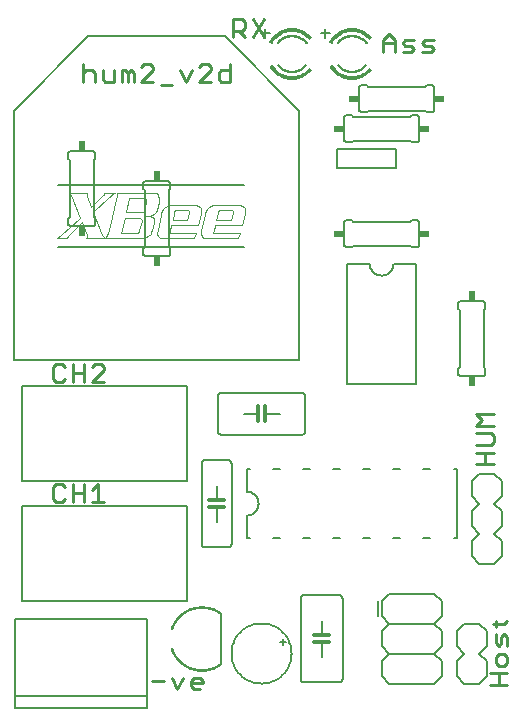
<source format=gbr>
G75*
G70*
%OFA0B0*%
%FSLAX24Y24*%
%IPPOS*%
%LPD*%
%AMOC8*
5,1,8,0,0,1.08239X$1,22.5*
%
%ADD10C,0.0110*%
%ADD11C,0.0060*%
%ADD12C,0.0080*%
%ADD13C,0.0040*%
%ADD14R,0.0240X0.0340*%
%ADD15C,0.0120*%
%ADD16C,0.0050*%
%ADD17R,0.0340X0.0240*%
%ADD18C,0.0010*%
D10*
X006064Y006889D02*
X006458Y006889D01*
X006709Y006988D02*
X006906Y006594D01*
X007103Y006988D01*
X007354Y006889D02*
X007354Y006693D01*
X007452Y006594D01*
X007649Y006594D01*
X007747Y006791D02*
X007354Y006791D01*
X007354Y006889D02*
X007452Y006988D01*
X007649Y006988D01*
X007747Y006889D01*
X007747Y006791D01*
X004447Y012844D02*
X004054Y012844D01*
X004250Y012844D02*
X004250Y013435D01*
X004054Y013238D01*
X003803Y013139D02*
X003409Y013139D01*
X003409Y012844D02*
X003409Y013435D01*
X003158Y013336D02*
X003060Y013435D01*
X002863Y013435D01*
X002764Y013336D01*
X002764Y012943D01*
X002863Y012844D01*
X003060Y012844D01*
X003158Y012943D01*
X003803Y012844D02*
X003803Y013435D01*
X003803Y016844D02*
X003803Y017435D01*
X004054Y017336D02*
X004152Y017435D01*
X004349Y017435D01*
X004447Y017336D01*
X004447Y017238D01*
X004054Y016844D01*
X004447Y016844D01*
X003803Y017139D02*
X003409Y017139D01*
X003409Y016844D02*
X003409Y017435D01*
X003158Y017336D02*
X003060Y017435D01*
X002863Y017435D01*
X002764Y017336D01*
X002764Y016943D01*
X002863Y016844D01*
X003060Y016844D01*
X003158Y016943D01*
X003764Y026844D02*
X003764Y027435D01*
X003863Y027238D02*
X004060Y027238D01*
X004158Y027139D01*
X004158Y026844D01*
X004409Y026943D02*
X004409Y027238D01*
X004409Y026943D02*
X004507Y026844D01*
X004803Y026844D01*
X004803Y027238D01*
X005054Y027238D02*
X005054Y026844D01*
X005250Y026844D02*
X005250Y027139D01*
X005349Y027238D01*
X005447Y027139D01*
X005447Y026844D01*
X005698Y026844D02*
X006092Y027238D01*
X006092Y027336D01*
X005993Y027435D01*
X005796Y027435D01*
X005698Y027336D01*
X005250Y027139D02*
X005152Y027238D01*
X005054Y027238D01*
X005698Y026844D02*
X006092Y026844D01*
X006343Y026746D02*
X006736Y026746D01*
X007184Y026844D02*
X006987Y027238D01*
X007381Y027238D02*
X007184Y026844D01*
X007632Y026844D02*
X008025Y027238D01*
X008025Y027336D01*
X007927Y027435D01*
X007730Y027435D01*
X007632Y027336D01*
X007632Y026844D02*
X008025Y026844D01*
X008276Y026943D02*
X008276Y027139D01*
X008375Y027238D01*
X008670Y027238D01*
X008670Y027435D02*
X008670Y026844D01*
X008375Y026844D01*
X008276Y026943D01*
X008764Y028344D02*
X008764Y028935D01*
X009060Y028935D01*
X009158Y028836D01*
X009158Y028639D01*
X009060Y028541D01*
X008764Y028541D01*
X008961Y028541D02*
X009158Y028344D01*
X009409Y028344D02*
X009803Y028935D01*
X009409Y028935D02*
X009803Y028344D01*
X013764Y028238D02*
X013764Y027844D01*
X013764Y028139D02*
X014158Y028139D01*
X014158Y028238D02*
X013961Y028435D01*
X013764Y028238D01*
X014158Y028238D02*
X014158Y027844D01*
X014409Y027844D02*
X014704Y027844D01*
X014803Y027943D01*
X014704Y028041D01*
X014507Y028041D01*
X014409Y028139D01*
X014507Y028238D01*
X014803Y028238D01*
X015054Y028139D02*
X015152Y028238D01*
X015447Y028238D01*
X015349Y028041D02*
X015152Y028041D01*
X015054Y028139D01*
X015054Y027844D02*
X015349Y027844D01*
X015447Y027943D01*
X015349Y028041D01*
X016864Y015777D02*
X017454Y015777D01*
X017454Y015383D02*
X016864Y015383D01*
X017061Y015580D01*
X016864Y015777D01*
X016864Y015132D02*
X017356Y015132D01*
X017454Y015034D01*
X017454Y014837D01*
X017356Y014739D01*
X016864Y014739D01*
X016864Y014488D02*
X017454Y014488D01*
X017159Y014488D02*
X017159Y014094D01*
X017454Y014094D02*
X016864Y014094D01*
X017511Y008875D02*
X017511Y008678D01*
X017412Y008776D02*
X017806Y008776D01*
X017904Y008875D01*
X017806Y008427D02*
X017708Y008328D01*
X017708Y008132D01*
X017609Y008033D01*
X017511Y008132D01*
X017511Y008427D01*
X017806Y008427D02*
X017904Y008328D01*
X017904Y008033D01*
X017806Y007782D02*
X017609Y007782D01*
X017511Y007684D01*
X017511Y007487D01*
X017609Y007389D01*
X017806Y007389D01*
X017904Y007487D01*
X017904Y007684D01*
X017806Y007782D01*
X017904Y007138D02*
X017314Y007138D01*
X017609Y007138D02*
X017609Y006744D01*
X017904Y006744D02*
X017314Y006744D01*
X003764Y027139D02*
X003863Y027238D01*
D11*
X004059Y024539D02*
X003359Y024539D01*
X003342Y024537D01*
X003325Y024533D01*
X003309Y024526D01*
X003295Y024516D01*
X003282Y024503D01*
X003272Y024489D01*
X003265Y024473D01*
X003261Y024456D01*
X003259Y024439D01*
X003259Y024289D01*
X003309Y024239D01*
X003309Y022339D01*
X003259Y022289D01*
X003259Y022139D01*
X003261Y022122D01*
X003265Y022105D01*
X003272Y022089D01*
X003282Y022075D01*
X003295Y022062D01*
X003309Y022052D01*
X003325Y022045D01*
X003342Y022041D01*
X003359Y022039D01*
X004059Y022039D01*
X004076Y022041D01*
X004093Y022045D01*
X004109Y022052D01*
X004123Y022062D01*
X004136Y022075D01*
X004146Y022089D01*
X004153Y022105D01*
X004157Y022122D01*
X004159Y022139D01*
X004159Y022289D01*
X004109Y022339D01*
X004109Y024239D01*
X004159Y024289D01*
X004159Y024439D01*
X004157Y024456D01*
X004153Y024473D01*
X004146Y024489D01*
X004136Y024503D01*
X004123Y024516D01*
X004109Y024526D01*
X004093Y024533D01*
X004076Y024537D01*
X004059Y024539D01*
X002909Y023418D02*
X009137Y023418D01*
X009137Y021330D02*
X002909Y021330D01*
X005759Y021289D02*
X005759Y021139D01*
X005761Y021122D01*
X005765Y021105D01*
X005772Y021089D01*
X005782Y021075D01*
X005795Y021062D01*
X005809Y021052D01*
X005825Y021045D01*
X005842Y021041D01*
X005859Y021039D01*
X006559Y021039D01*
X006576Y021041D01*
X006593Y021045D01*
X006609Y021052D01*
X006623Y021062D01*
X006636Y021075D01*
X006646Y021089D01*
X006653Y021105D01*
X006657Y021122D01*
X006659Y021139D01*
X006659Y021289D01*
X006609Y021339D01*
X006609Y023239D01*
X006659Y023289D01*
X006659Y023439D01*
X006657Y023456D01*
X006653Y023473D01*
X006646Y023489D01*
X006636Y023503D01*
X006623Y023516D01*
X006609Y023526D01*
X006593Y023533D01*
X006576Y023537D01*
X006559Y023539D01*
X005859Y023539D01*
X005842Y023537D01*
X005825Y023533D01*
X005809Y023526D01*
X005795Y023516D01*
X005782Y023503D01*
X005772Y023489D01*
X005765Y023473D01*
X005761Y023456D01*
X005759Y023439D01*
X005759Y023289D01*
X005809Y023239D01*
X005809Y021339D01*
X005759Y021289D01*
X008359Y016489D02*
X011059Y016489D01*
X011076Y016487D01*
X011093Y016483D01*
X011109Y016476D01*
X011123Y016466D01*
X011136Y016453D01*
X011146Y016439D01*
X011153Y016423D01*
X011157Y016406D01*
X011159Y016389D01*
X011159Y015189D01*
X011157Y015172D01*
X011153Y015155D01*
X011146Y015139D01*
X011136Y015125D01*
X011123Y015112D01*
X011109Y015102D01*
X011093Y015095D01*
X011076Y015091D01*
X011059Y015089D01*
X008359Y015089D01*
X008342Y015091D01*
X008325Y015095D01*
X008309Y015102D01*
X008295Y015112D01*
X008282Y015125D01*
X008272Y015139D01*
X008265Y015155D01*
X008261Y015172D01*
X008259Y015189D01*
X008259Y016389D01*
X008261Y016406D01*
X008265Y016423D01*
X008272Y016439D01*
X008282Y016453D01*
X008295Y016466D01*
X008309Y016476D01*
X008325Y016483D01*
X008342Y016487D01*
X008359Y016489D01*
X009109Y015789D02*
X009579Y015789D01*
X009829Y015789D02*
X010309Y015789D01*
X008709Y014139D02*
X008709Y011439D01*
X008707Y011422D01*
X008703Y011405D01*
X008696Y011389D01*
X008686Y011375D01*
X008673Y011362D01*
X008659Y011352D01*
X008643Y011345D01*
X008626Y011341D01*
X008609Y011339D01*
X007809Y011339D01*
X007792Y011341D01*
X007775Y011345D01*
X007759Y011352D01*
X007745Y011362D01*
X007732Y011375D01*
X007722Y011389D01*
X007715Y011405D01*
X007711Y011422D01*
X007709Y011439D01*
X007709Y014139D01*
X007711Y014156D01*
X007715Y014173D01*
X007722Y014189D01*
X007732Y014203D01*
X007745Y014216D01*
X007759Y014226D01*
X007775Y014233D01*
X007792Y014237D01*
X007809Y014239D01*
X008609Y014239D01*
X008626Y014237D01*
X008643Y014233D01*
X008659Y014226D01*
X008673Y014216D01*
X008686Y014203D01*
X008696Y014189D01*
X008703Y014173D01*
X008707Y014156D01*
X008709Y014139D01*
X008209Y013389D02*
X008209Y012919D01*
X008209Y012669D02*
X008209Y012189D01*
X008359Y009114D02*
X008359Y007464D01*
X008709Y007789D02*
X008711Y007852D01*
X008717Y007914D01*
X008727Y007976D01*
X008740Y008038D01*
X008758Y008098D01*
X008779Y008157D01*
X008804Y008215D01*
X008833Y008271D01*
X008865Y008325D01*
X008900Y008377D01*
X008938Y008426D01*
X008980Y008474D01*
X009024Y008518D01*
X009072Y008560D01*
X009121Y008598D01*
X009173Y008633D01*
X009227Y008665D01*
X009283Y008694D01*
X009341Y008719D01*
X009400Y008740D01*
X009460Y008758D01*
X009522Y008771D01*
X009584Y008781D01*
X009646Y008787D01*
X009709Y008789D01*
X009772Y008787D01*
X009834Y008781D01*
X009896Y008771D01*
X009958Y008758D01*
X010018Y008740D01*
X010077Y008719D01*
X010135Y008694D01*
X010191Y008665D01*
X010245Y008633D01*
X010297Y008598D01*
X010346Y008560D01*
X010394Y008518D01*
X010438Y008474D01*
X010480Y008426D01*
X010518Y008377D01*
X010553Y008325D01*
X010585Y008271D01*
X010614Y008215D01*
X010639Y008157D01*
X010660Y008098D01*
X010678Y008038D01*
X010691Y007976D01*
X010701Y007914D01*
X010707Y007852D01*
X010709Y007789D01*
X010707Y007726D01*
X010701Y007664D01*
X010691Y007602D01*
X010678Y007540D01*
X010660Y007480D01*
X010639Y007421D01*
X010614Y007363D01*
X010585Y007307D01*
X010553Y007253D01*
X010518Y007201D01*
X010480Y007152D01*
X010438Y007104D01*
X010394Y007060D01*
X010346Y007018D01*
X010297Y006980D01*
X010245Y006945D01*
X010191Y006913D01*
X010135Y006884D01*
X010077Y006859D01*
X010018Y006838D01*
X009958Y006820D01*
X009896Y006807D01*
X009834Y006797D01*
X009772Y006791D01*
X009709Y006789D01*
X009646Y006791D01*
X009584Y006797D01*
X009522Y006807D01*
X009460Y006820D01*
X009400Y006838D01*
X009341Y006859D01*
X009283Y006884D01*
X009227Y006913D01*
X009173Y006945D01*
X009121Y006980D01*
X009072Y007018D01*
X009024Y007060D01*
X008980Y007104D01*
X008938Y007152D01*
X008900Y007201D01*
X008865Y007253D01*
X008833Y007307D01*
X008804Y007363D01*
X008779Y007421D01*
X008758Y007480D01*
X008740Y007540D01*
X008727Y007602D01*
X008717Y007664D01*
X008711Y007726D01*
X008709Y007789D01*
X010309Y008189D02*
X010509Y008189D01*
X010409Y008289D02*
X010409Y008089D01*
X011009Y006939D02*
X011009Y009639D01*
X011011Y009656D01*
X011015Y009673D01*
X011022Y009689D01*
X011032Y009703D01*
X011045Y009716D01*
X011059Y009726D01*
X011075Y009733D01*
X011092Y009737D01*
X011109Y009739D01*
X012309Y009739D01*
X012326Y009737D01*
X012343Y009733D01*
X012359Y009726D01*
X012373Y009716D01*
X012386Y009703D01*
X012396Y009689D01*
X012403Y009673D01*
X012407Y009656D01*
X012409Y009639D01*
X012409Y006939D01*
X012407Y006922D01*
X012403Y006905D01*
X012396Y006889D01*
X012386Y006875D01*
X012373Y006862D01*
X012359Y006852D01*
X012343Y006845D01*
X012326Y006841D01*
X012309Y006839D01*
X011109Y006839D01*
X011092Y006841D01*
X011075Y006845D01*
X011059Y006852D01*
X011045Y006862D01*
X011032Y006875D01*
X011022Y006889D01*
X011015Y006905D01*
X011011Y006922D01*
X011009Y006939D01*
X011709Y007689D02*
X011709Y008159D01*
X011709Y008409D02*
X011709Y008889D01*
X012559Y016789D02*
X014859Y016789D01*
X014859Y020789D01*
X014109Y020789D01*
X014107Y020750D01*
X014101Y020711D01*
X014092Y020673D01*
X014079Y020636D01*
X014062Y020600D01*
X014042Y020567D01*
X014018Y020535D01*
X013992Y020506D01*
X013963Y020480D01*
X013931Y020456D01*
X013898Y020436D01*
X013862Y020419D01*
X013825Y020406D01*
X013787Y020397D01*
X013748Y020391D01*
X013709Y020389D01*
X013670Y020391D01*
X013631Y020397D01*
X013593Y020406D01*
X013556Y020419D01*
X013520Y020436D01*
X013487Y020456D01*
X013455Y020480D01*
X013426Y020506D01*
X013400Y020535D01*
X013376Y020567D01*
X013356Y020600D01*
X013339Y020636D01*
X013326Y020673D01*
X013317Y020711D01*
X013311Y020750D01*
X013309Y020789D01*
X012559Y020789D01*
X012559Y016789D01*
X012559Y021339D02*
X012709Y021339D01*
X012759Y021389D01*
X014659Y021389D01*
X014709Y021339D01*
X014859Y021339D01*
X014876Y021341D01*
X014893Y021345D01*
X014909Y021352D01*
X014923Y021362D01*
X014936Y021375D01*
X014946Y021389D01*
X014953Y021405D01*
X014957Y021422D01*
X014959Y021439D01*
X014959Y022139D01*
X014957Y022156D01*
X014953Y022173D01*
X014946Y022189D01*
X014936Y022203D01*
X014923Y022216D01*
X014909Y022226D01*
X014893Y022233D01*
X014876Y022237D01*
X014859Y022239D01*
X014709Y022239D01*
X014659Y022189D01*
X012759Y022189D01*
X012709Y022239D01*
X012559Y022239D01*
X012542Y022237D01*
X012525Y022233D01*
X012509Y022226D01*
X012495Y022216D01*
X012482Y022203D01*
X012472Y022189D01*
X012465Y022173D01*
X012461Y022156D01*
X012459Y022139D01*
X012459Y021439D01*
X012461Y021422D01*
X012465Y021405D01*
X012472Y021389D01*
X012482Y021375D01*
X012495Y021362D01*
X012509Y021352D01*
X012525Y021345D01*
X012542Y021341D01*
X012559Y021339D01*
X012559Y024839D02*
X012709Y024839D01*
X012759Y024889D01*
X014659Y024889D01*
X014709Y024839D01*
X014859Y024839D01*
X014876Y024841D01*
X014893Y024845D01*
X014909Y024852D01*
X014923Y024862D01*
X014936Y024875D01*
X014946Y024889D01*
X014953Y024905D01*
X014957Y024922D01*
X014959Y024939D01*
X014959Y025639D01*
X014957Y025656D01*
X014953Y025673D01*
X014946Y025689D01*
X014936Y025703D01*
X014923Y025716D01*
X014909Y025726D01*
X014893Y025733D01*
X014876Y025737D01*
X014859Y025739D01*
X014709Y025739D01*
X014659Y025689D01*
X012759Y025689D01*
X012709Y025739D01*
X012559Y025739D01*
X012542Y025737D01*
X012525Y025733D01*
X012509Y025726D01*
X012495Y025716D01*
X012482Y025703D01*
X012472Y025689D01*
X012465Y025673D01*
X012461Y025656D01*
X012459Y025639D01*
X012459Y024939D01*
X012461Y024922D01*
X012465Y024905D01*
X012472Y024889D01*
X012482Y024875D01*
X012495Y024862D01*
X012509Y024852D01*
X012525Y024845D01*
X012542Y024841D01*
X012559Y024839D01*
X013059Y025839D02*
X013209Y025839D01*
X013259Y025889D01*
X015159Y025889D01*
X015209Y025839D01*
X015359Y025839D01*
X015376Y025841D01*
X015393Y025845D01*
X015409Y025852D01*
X015423Y025862D01*
X015436Y025875D01*
X015446Y025889D01*
X015453Y025905D01*
X015457Y025922D01*
X015459Y025939D01*
X015459Y026639D01*
X015457Y026656D01*
X015453Y026673D01*
X015446Y026689D01*
X015436Y026703D01*
X015423Y026716D01*
X015409Y026726D01*
X015393Y026733D01*
X015376Y026737D01*
X015359Y026739D01*
X015209Y026739D01*
X015159Y026689D01*
X013259Y026689D01*
X013209Y026739D01*
X013059Y026739D01*
X013042Y026737D01*
X013025Y026733D01*
X013009Y026726D01*
X012995Y026716D01*
X012982Y026703D01*
X012972Y026689D01*
X012965Y026673D01*
X012961Y026656D01*
X012959Y026639D01*
X012959Y025939D01*
X012961Y025922D01*
X012965Y025905D01*
X012972Y025889D01*
X012982Y025875D01*
X012995Y025862D01*
X013009Y025852D01*
X013025Y025845D01*
X013042Y025841D01*
X013059Y025839D01*
X016359Y019539D02*
X017059Y019539D01*
X017076Y019537D01*
X017093Y019533D01*
X017109Y019526D01*
X017123Y019516D01*
X017136Y019503D01*
X017146Y019489D01*
X017153Y019473D01*
X017157Y019456D01*
X017159Y019439D01*
X017159Y019289D01*
X017109Y019239D01*
X017109Y017339D01*
X017159Y017289D01*
X017159Y017139D01*
X017157Y017122D01*
X017153Y017105D01*
X017146Y017089D01*
X017136Y017075D01*
X017123Y017062D01*
X017109Y017052D01*
X017093Y017045D01*
X017076Y017041D01*
X017059Y017039D01*
X016359Y017039D01*
X016342Y017041D01*
X016325Y017045D01*
X016309Y017052D01*
X016295Y017062D01*
X016282Y017075D01*
X016272Y017089D01*
X016265Y017105D01*
X016261Y017122D01*
X016259Y017139D01*
X016259Y017289D01*
X016309Y017339D01*
X016309Y019239D01*
X016259Y019289D01*
X016259Y019439D01*
X016261Y019456D01*
X016265Y019473D01*
X016272Y019489D01*
X016282Y019503D01*
X016295Y019516D01*
X016309Y019526D01*
X016325Y019533D01*
X016342Y019537D01*
X016359Y019539D01*
D12*
X001489Y006384D02*
X001489Y005990D01*
X005898Y005990D01*
X005898Y006384D01*
X001489Y006384D01*
X001489Y008943D01*
X005898Y008943D01*
X005898Y006384D01*
X009209Y011639D02*
X009309Y011639D01*
X009209Y011639D02*
X009209Y012389D01*
X009248Y012391D01*
X009287Y012397D01*
X009325Y012406D01*
X009362Y012419D01*
X009398Y012436D01*
X009431Y012456D01*
X009463Y012480D01*
X009492Y012506D01*
X009518Y012535D01*
X009542Y012567D01*
X009562Y012600D01*
X009579Y012636D01*
X009592Y012673D01*
X009601Y012711D01*
X009607Y012750D01*
X009609Y012789D01*
X009607Y012828D01*
X009601Y012867D01*
X009592Y012905D01*
X009579Y012942D01*
X009562Y012978D01*
X009542Y013011D01*
X009518Y013043D01*
X009492Y013072D01*
X009463Y013098D01*
X009431Y013122D01*
X009398Y013142D01*
X009362Y013159D01*
X009325Y013172D01*
X009287Y013181D01*
X009248Y013187D01*
X009209Y013189D01*
X009209Y013939D01*
X009309Y013939D01*
X010079Y013939D02*
X010339Y013939D01*
X011079Y013939D02*
X011339Y013939D01*
X012079Y013939D02*
X012339Y013939D01*
X013079Y013939D02*
X013339Y013939D01*
X014079Y013939D02*
X014339Y013939D01*
X015079Y013939D02*
X015339Y013939D01*
X016109Y013939D02*
X016209Y013939D01*
X016209Y011639D01*
X016109Y011639D01*
X016709Y011539D02*
X016709Y011039D01*
X016959Y010789D01*
X017459Y010789D01*
X017709Y011039D01*
X017709Y011539D01*
X017459Y011789D01*
X017709Y012039D01*
X017709Y012539D01*
X017459Y012789D01*
X017709Y013039D01*
X017709Y013539D01*
X017459Y013789D01*
X016959Y013789D01*
X016709Y013539D01*
X016709Y013039D01*
X016959Y012789D01*
X016709Y012539D01*
X016709Y012039D01*
X016959Y011789D01*
X016709Y011539D01*
X015339Y011639D02*
X015079Y011639D01*
X014339Y011639D02*
X014079Y011639D01*
X013339Y011639D02*
X013079Y011639D01*
X012339Y011639D02*
X012079Y011639D01*
X011339Y011639D02*
X011079Y011639D01*
X010339Y011639D02*
X010079Y011639D01*
X013578Y009539D02*
X013578Y009039D01*
X013709Y009039D02*
X013709Y009539D01*
X013959Y009789D01*
X015459Y009789D01*
X015709Y009539D01*
X015709Y009039D01*
X015459Y008789D01*
X013959Y008789D01*
X013709Y008539D01*
X013709Y008039D01*
X013959Y007789D01*
X015459Y007789D01*
X015709Y007539D01*
X015709Y007039D01*
X015459Y006789D01*
X013959Y006789D01*
X013709Y007039D01*
X013709Y007539D01*
X013959Y007789D01*
X013959Y008789D02*
X013709Y009039D01*
X015459Y008789D02*
X015709Y008539D01*
X015709Y008039D01*
X015459Y007789D01*
X016209Y007539D02*
X016209Y007039D01*
X016459Y006789D01*
X016959Y006789D01*
X017209Y007039D01*
X017209Y007539D01*
X016959Y007789D01*
X017209Y008039D01*
X017209Y008539D01*
X016959Y008789D01*
X016459Y008789D01*
X016209Y008539D01*
X016209Y008039D01*
X016459Y007789D01*
X016209Y007539D01*
X010973Y017575D02*
X001446Y017575D01*
X001446Y025872D01*
X003936Y028362D01*
X008483Y028362D01*
X010973Y025872D01*
X010973Y017575D01*
D13*
X008912Y021626D02*
X008989Y021812D01*
X008918Y021801D01*
X008128Y021801D01*
X008106Y021818D01*
X008101Y021856D01*
X008112Y021889D01*
X008156Y022075D01*
X009055Y022075D01*
X009148Y022454D01*
X009148Y022645D01*
X009126Y022667D01*
X009055Y022722D01*
X008994Y022744D01*
X008134Y022744D01*
X008101Y022739D01*
X008035Y022717D01*
X007947Y022662D01*
X007898Y022591D01*
X007832Y022459D01*
X007816Y022399D01*
X007706Y021911D01*
X007695Y021823D01*
X007695Y021768D01*
X007712Y021708D01*
X007739Y021670D01*
X007783Y021637D01*
X007827Y021626D01*
X008912Y021626D01*
X008682Y022245D02*
X008210Y022245D01*
X008205Y022251D01*
X008243Y022476D01*
X008260Y022519D01*
X008282Y022558D01*
X008315Y022574D01*
X008704Y022574D01*
X008726Y022569D01*
X008742Y022552D01*
X008742Y022481D01*
X008682Y022245D01*
X007690Y022454D02*
X007596Y022075D01*
X006697Y022075D01*
X006653Y021889D01*
X006643Y021856D01*
X006648Y021818D01*
X006670Y021801D01*
X007459Y021801D01*
X007531Y021812D01*
X007454Y021626D01*
X006368Y021626D01*
X006325Y021637D01*
X006281Y021670D01*
X006253Y021708D01*
X006237Y021768D01*
X006237Y021823D01*
X006248Y021911D01*
X006357Y022399D01*
X006374Y022459D01*
X006440Y022591D01*
X006489Y022662D01*
X006577Y022717D01*
X006643Y022739D01*
X006675Y022744D01*
X007536Y022744D01*
X007596Y022722D01*
X007668Y022667D01*
X007690Y022645D01*
X007690Y022454D01*
X007284Y022481D02*
X007224Y022245D01*
X006752Y022245D01*
X006747Y022251D01*
X006785Y022476D01*
X006801Y022519D01*
X006823Y022558D01*
X006856Y022574D01*
X007246Y022574D01*
X007267Y022569D01*
X007284Y022552D01*
X007284Y022481D01*
X006281Y022848D02*
X006215Y022574D01*
X006193Y022519D01*
X006111Y022437D01*
X006045Y022410D01*
X005957Y022388D01*
X005848Y022388D01*
X006007Y022366D01*
X006122Y022311D01*
X006127Y022300D01*
X006127Y022152D01*
X006067Y021911D01*
X006029Y021851D01*
X006018Y021785D01*
X005935Y021692D01*
X005870Y021659D01*
X005765Y021626D01*
X003863Y021626D01*
X003896Y021686D01*
X003896Y021724D01*
X003720Y022158D01*
X003265Y021713D01*
X003216Y021626D01*
X002893Y021626D01*
X003030Y021724D01*
X003666Y022322D01*
X003353Y023084D01*
X003293Y023144D01*
X003896Y023144D01*
X003896Y023111D01*
X003879Y023079D01*
X003896Y023051D01*
X003896Y023024D01*
X004033Y022678D01*
X004422Y023062D01*
X004444Y023090D01*
X004461Y023122D01*
X004466Y023144D01*
X004811Y023144D01*
X004740Y023095D01*
X004685Y023057D01*
X004609Y022991D01*
X004093Y022508D01*
X004400Y021752D01*
X004488Y021631D01*
X004504Y021631D01*
X004537Y021664D01*
X004581Y021796D01*
X004647Y022042D01*
X004724Y022355D01*
X004866Y022936D01*
X004888Y023035D01*
X004888Y023144D01*
X006133Y023144D01*
X006198Y023128D01*
X006242Y023101D01*
X006275Y023040D01*
X006297Y022985D01*
X006297Y022892D01*
X006281Y022848D01*
X005864Y022843D02*
X005787Y022552D01*
X005771Y022514D01*
X005738Y022492D01*
X005190Y022492D01*
X005305Y022958D01*
X005809Y022958D01*
X005859Y022931D01*
X005864Y022843D01*
X005650Y022295D02*
X005694Y022278D01*
X005721Y022240D01*
X005721Y022223D01*
X005639Y021900D01*
X005617Y021867D01*
X005579Y021823D01*
X005557Y021812D01*
X005025Y021812D01*
X005151Y022295D01*
X005650Y022295D01*
D14*
X006209Y020869D03*
X006209Y023709D03*
X003709Y024709D03*
X003709Y021869D03*
X016709Y019709D03*
X016709Y016869D03*
D15*
X011959Y008409D02*
X011709Y008409D01*
X011459Y008409D01*
X011459Y008159D02*
X011709Y008159D01*
X011959Y008159D01*
X008459Y012669D02*
X008209Y012669D01*
X007959Y012669D01*
X007959Y012919D02*
X008209Y012919D01*
X008459Y012919D01*
X009579Y015539D02*
X009579Y015789D01*
X009579Y016039D01*
X009829Y016039D02*
X009829Y015789D01*
X009829Y015539D01*
D16*
X007221Y016718D02*
X007221Y013529D01*
X001709Y013529D01*
X001709Y013608D01*
X001709Y015970D01*
X001709Y016718D01*
X007221Y016718D01*
X007221Y012718D02*
X001709Y012718D01*
X001709Y011970D01*
X001709Y009608D01*
X001709Y009529D01*
X007221Y009529D01*
X007221Y012718D01*
X012237Y023974D02*
X012237Y024604D01*
X014206Y024604D01*
X014206Y023974D01*
X012237Y023974D01*
X011829Y028309D02*
X011829Y028619D01*
X011689Y028469D02*
X011979Y028469D01*
X009979Y028469D02*
X009689Y028469D01*
X009829Y028619D02*
X009829Y028309D01*
D17*
X012289Y025289D03*
X012789Y026289D03*
X015129Y025289D03*
X015629Y026289D03*
X015129Y021789D03*
X012289Y021789D03*
D18*
X011978Y027366D02*
X012056Y027411D01*
X012056Y027410D02*
X012084Y027366D01*
X012115Y027324D01*
X012148Y027284D01*
X012184Y027246D01*
X012223Y027211D01*
X012264Y027179D01*
X012308Y027149D01*
X012353Y027123D01*
X012400Y027100D01*
X012448Y027080D01*
X012498Y027064D01*
X012548Y027051D01*
X012600Y027042D01*
X012652Y027036D01*
X012704Y027034D01*
X012705Y026945D01*
X012704Y026944D01*
X012649Y026946D01*
X012595Y026952D01*
X012540Y026961D01*
X012487Y026974D01*
X012435Y026990D01*
X012383Y027009D01*
X012333Y027032D01*
X012285Y027058D01*
X012238Y027087D01*
X012194Y027119D01*
X012151Y027154D01*
X012111Y027192D01*
X012074Y027232D01*
X012039Y027274D01*
X012007Y027319D01*
X011978Y027365D01*
X011986Y027370D01*
X012014Y027324D01*
X012046Y027280D01*
X012081Y027238D01*
X012118Y027198D01*
X012157Y027161D01*
X012199Y027126D01*
X012243Y027095D01*
X012289Y027066D01*
X012337Y027040D01*
X012387Y027018D01*
X012437Y026998D01*
X012489Y026982D01*
X012542Y026970D01*
X012596Y026961D01*
X012650Y026955D01*
X012704Y026953D01*
X012704Y026962D01*
X012650Y026964D01*
X012597Y026970D01*
X012544Y026979D01*
X012492Y026991D01*
X012440Y027007D01*
X012390Y027026D01*
X012341Y027048D01*
X012294Y027074D01*
X012248Y027102D01*
X012205Y027134D01*
X012163Y027168D01*
X012124Y027204D01*
X012087Y027244D01*
X012053Y027285D01*
X012022Y027329D01*
X011993Y027374D01*
X012001Y027379D01*
X012031Y027331D01*
X012065Y027285D01*
X012101Y027242D01*
X012141Y027201D01*
X012183Y027163D01*
X012227Y027128D01*
X012274Y027096D01*
X012323Y027068D01*
X012374Y027043D01*
X012427Y027021D01*
X012480Y027004D01*
X012535Y026990D01*
X012591Y026980D01*
X012647Y026973D01*
X012704Y026971D01*
X012704Y026980D01*
X012648Y026982D01*
X012592Y026988D01*
X012537Y026998D01*
X012483Y027012D01*
X012430Y027030D01*
X012378Y027051D01*
X012327Y027076D01*
X012279Y027104D01*
X012233Y027135D01*
X012188Y027170D01*
X012147Y027207D01*
X012108Y027248D01*
X012072Y027290D01*
X012039Y027336D01*
X012009Y027383D01*
X012017Y027388D01*
X012046Y027341D01*
X012079Y027296D01*
X012115Y027254D01*
X012153Y027214D01*
X012194Y027177D01*
X012238Y027142D01*
X012284Y027111D01*
X012332Y027084D01*
X012381Y027059D01*
X012433Y027038D01*
X012485Y027021D01*
X012539Y027007D01*
X012594Y026997D01*
X012649Y026991D01*
X012704Y026989D01*
X012704Y026998D01*
X012649Y027000D01*
X012595Y027006D01*
X012541Y027016D01*
X012488Y027030D01*
X012436Y027047D01*
X012385Y027067D01*
X012336Y027092D01*
X012289Y027119D01*
X012243Y027150D01*
X012200Y027183D01*
X012159Y027220D01*
X012121Y027260D01*
X012086Y027302D01*
X012054Y027346D01*
X012025Y027392D01*
X012033Y027397D01*
X012061Y027351D01*
X012093Y027307D01*
X012128Y027266D01*
X012166Y027227D01*
X012206Y027190D01*
X012248Y027157D01*
X012293Y027127D01*
X012340Y027099D01*
X012389Y027076D01*
X012439Y027055D01*
X012490Y027038D01*
X012543Y027025D01*
X012596Y027015D01*
X012650Y027009D01*
X012704Y027007D01*
X012704Y027016D01*
X012651Y027018D01*
X012597Y027024D01*
X012545Y027034D01*
X012493Y027047D01*
X012442Y027064D01*
X012392Y027084D01*
X012344Y027107D01*
X012298Y027134D01*
X012254Y027164D01*
X012212Y027197D01*
X012172Y027233D01*
X012135Y027272D01*
X012100Y027313D01*
X012069Y027356D01*
X012040Y027401D01*
X012048Y027406D01*
X012076Y027361D01*
X012107Y027318D01*
X012141Y027278D01*
X012178Y027240D01*
X012217Y027204D01*
X012259Y027172D01*
X012303Y027142D01*
X012349Y027115D01*
X012396Y027092D01*
X012445Y027072D01*
X012495Y027055D01*
X012547Y027042D01*
X012599Y027033D01*
X012651Y027027D01*
X012704Y027025D01*
X012713Y026945D02*
X012713Y027035D01*
X012714Y027034D02*
X012768Y027036D01*
X012821Y027042D01*
X012874Y027052D01*
X012926Y027066D01*
X012977Y027083D01*
X013027Y027104D01*
X013075Y027128D01*
X013121Y027156D01*
X013165Y027187D01*
X013206Y027221D01*
X013246Y027258D01*
X013282Y027297D01*
X013350Y027240D01*
X013351Y027239D01*
X013313Y027198D01*
X013273Y027160D01*
X013230Y027124D01*
X013185Y027091D01*
X013138Y027061D01*
X013090Y027035D01*
X013039Y027011D01*
X012987Y026991D01*
X012934Y026975D01*
X012880Y026961D01*
X012825Y026952D01*
X012770Y026946D01*
X012714Y026944D01*
X012714Y026953D01*
X012769Y026955D01*
X012824Y026961D01*
X012878Y026970D01*
X012932Y026983D01*
X012984Y027000D01*
X013036Y027019D01*
X013086Y027043D01*
X013134Y027069D01*
X013180Y027099D01*
X013225Y027131D01*
X013267Y027166D01*
X013307Y027205D01*
X013344Y027245D01*
X013337Y027251D01*
X013300Y027211D01*
X013261Y027173D01*
X013219Y027138D01*
X013175Y027106D01*
X013129Y027077D01*
X013081Y027051D01*
X013032Y027028D01*
X012981Y027008D01*
X012929Y026992D01*
X012876Y026979D01*
X012823Y026970D01*
X012768Y026964D01*
X012714Y026962D01*
X012714Y026971D01*
X012768Y026973D01*
X012821Y026979D01*
X012874Y026988D01*
X012927Y027001D01*
X012978Y027017D01*
X013029Y027036D01*
X013077Y027059D01*
X013125Y027084D01*
X013170Y027113D01*
X013214Y027145D01*
X013255Y027180D01*
X013294Y027217D01*
X013330Y027257D01*
X013323Y027263D01*
X013287Y027223D01*
X013249Y027186D01*
X013208Y027152D01*
X013165Y027121D01*
X013120Y027092D01*
X013073Y027067D01*
X013025Y027044D01*
X012975Y027025D01*
X012924Y027009D01*
X012873Y026997D01*
X012820Y026988D01*
X012767Y026982D01*
X012714Y026980D01*
X012714Y026989D01*
X012767Y026991D01*
X012819Y026997D01*
X012871Y027006D01*
X012922Y027018D01*
X012972Y027034D01*
X013022Y027053D01*
X013069Y027075D01*
X013116Y027100D01*
X013160Y027128D01*
X013202Y027159D01*
X013243Y027193D01*
X013281Y027230D01*
X013316Y027268D01*
X013310Y027274D01*
X013274Y027236D01*
X013237Y027200D01*
X013197Y027166D01*
X013155Y027136D01*
X013111Y027108D01*
X013065Y027083D01*
X013018Y027061D01*
X012969Y027042D01*
X012920Y027027D01*
X012869Y027014D01*
X012818Y027006D01*
X012766Y027000D01*
X012714Y026998D01*
X012714Y027007D01*
X012770Y027009D01*
X012825Y027016D01*
X012880Y027026D01*
X012934Y027040D01*
X012987Y027058D01*
X013038Y027080D01*
X013088Y027105D01*
X013136Y027134D01*
X013181Y027166D01*
X013224Y027201D01*
X013265Y027239D01*
X013303Y027280D01*
X013296Y027286D01*
X013259Y027245D01*
X013218Y027208D01*
X013176Y027173D01*
X013131Y027141D01*
X013083Y027113D01*
X013034Y027088D01*
X012983Y027066D01*
X012931Y027049D01*
X012878Y027035D01*
X012824Y027025D01*
X012769Y027018D01*
X012714Y027016D01*
X012714Y027025D01*
X012768Y027027D01*
X012823Y027033D01*
X012876Y027043D01*
X012929Y027057D01*
X012980Y027075D01*
X013030Y027096D01*
X013079Y027121D01*
X013126Y027149D01*
X013170Y027180D01*
X013212Y027214D01*
X013252Y027252D01*
X013289Y027292D01*
X012704Y028633D02*
X012704Y028543D01*
X012704Y028544D02*
X012650Y028542D01*
X012597Y028536D01*
X012544Y028526D01*
X012492Y028512D01*
X012441Y028495D01*
X012392Y028474D01*
X012344Y028450D01*
X012298Y028422D01*
X012254Y028391D01*
X012212Y028357D01*
X012173Y028321D01*
X012136Y028281D01*
X012103Y028239D01*
X012072Y028195D01*
X012045Y028149D01*
X011966Y028191D01*
X011994Y028240D01*
X012026Y028286D01*
X012061Y028331D01*
X012098Y028373D01*
X012139Y028412D01*
X012182Y028449D01*
X012227Y028483D01*
X012274Y028514D01*
X012324Y028541D01*
X012375Y028565D01*
X012427Y028586D01*
X012481Y028603D01*
X012536Y028616D01*
X012591Y028626D01*
X012648Y028632D01*
X012704Y028634D01*
X012704Y028625D01*
X012648Y028623D01*
X012593Y028617D01*
X012538Y028607D01*
X012483Y028594D01*
X012430Y028577D01*
X012378Y028557D01*
X012328Y028533D01*
X012279Y028506D01*
X012232Y028476D01*
X012187Y028442D01*
X012145Y028406D01*
X012105Y028367D01*
X012068Y028325D01*
X012033Y028281D01*
X012002Y028235D01*
X011974Y028187D01*
X011982Y028183D01*
X012010Y028230D01*
X012041Y028276D01*
X012075Y028319D01*
X012111Y028361D01*
X012151Y028399D01*
X012193Y028435D01*
X012237Y028468D01*
X012283Y028498D01*
X012332Y028525D01*
X012382Y028548D01*
X012433Y028569D01*
X012486Y028585D01*
X012539Y028598D01*
X012594Y028608D01*
X012649Y028614D01*
X012704Y028616D01*
X012704Y028607D01*
X012649Y028605D01*
X012595Y028599D01*
X012541Y028590D01*
X012488Y028577D01*
X012436Y028560D01*
X012385Y028540D01*
X012336Y028517D01*
X012288Y028490D01*
X012242Y028461D01*
X012198Y028428D01*
X012157Y028393D01*
X012118Y028354D01*
X012081Y028314D01*
X012048Y028271D01*
X012017Y028225D01*
X011990Y028178D01*
X011998Y028174D01*
X012025Y028221D01*
X012055Y028265D01*
X012088Y028308D01*
X012124Y028348D01*
X012163Y028386D01*
X012204Y028421D01*
X012247Y028453D01*
X012293Y028483D01*
X012340Y028509D01*
X012389Y028532D01*
X012439Y028552D01*
X012491Y028568D01*
X012543Y028581D01*
X012596Y028590D01*
X012650Y028596D01*
X012704Y028598D01*
X012704Y028589D01*
X012651Y028587D01*
X012597Y028581D01*
X012545Y028572D01*
X012493Y028559D01*
X012442Y028543D01*
X012392Y028524D01*
X012344Y028501D01*
X012297Y028475D01*
X012253Y028446D01*
X012210Y028414D01*
X012169Y028379D01*
X012131Y028342D01*
X012095Y028302D01*
X012062Y028260D01*
X012032Y028216D01*
X012005Y028170D01*
X012013Y028166D01*
X012040Y028211D01*
X012070Y028255D01*
X012102Y028296D01*
X012137Y028336D01*
X012175Y028373D01*
X012215Y028407D01*
X012258Y028439D01*
X012302Y028467D01*
X012348Y028493D01*
X012396Y028515D01*
X012445Y028535D01*
X012495Y028551D01*
X012547Y028563D01*
X012599Y028572D01*
X012651Y028578D01*
X012704Y028580D01*
X012704Y028571D01*
X012648Y028569D01*
X012593Y028562D01*
X012538Y028552D01*
X012484Y028538D01*
X012432Y028520D01*
X012380Y028499D01*
X012331Y028473D01*
X012283Y028445D01*
X012237Y028413D01*
X012194Y028378D01*
X012154Y028340D01*
X012116Y028299D01*
X012081Y028255D01*
X012050Y028209D01*
X012021Y028161D01*
X012029Y028157D01*
X012057Y028205D01*
X012088Y028250D01*
X012123Y028293D01*
X012160Y028333D01*
X012200Y028371D01*
X012243Y028406D01*
X012288Y028437D01*
X012335Y028466D01*
X012384Y028490D01*
X012435Y028512D01*
X012487Y028529D01*
X012540Y028543D01*
X012594Y028553D01*
X012649Y028560D01*
X012704Y028562D01*
X012704Y028553D01*
X012650Y028551D01*
X012596Y028545D01*
X012542Y028535D01*
X012490Y028521D01*
X012438Y028503D01*
X012388Y028482D01*
X012339Y028458D01*
X012293Y028430D01*
X012248Y028398D01*
X012206Y028364D01*
X012167Y028327D01*
X012130Y028287D01*
X012096Y028245D01*
X012065Y028200D01*
X012037Y028153D01*
X013354Y028333D02*
X013285Y028276D01*
X013286Y028276D02*
X013249Y028316D01*
X013210Y028354D01*
X013168Y028388D01*
X013124Y028420D01*
X013078Y028448D01*
X013029Y028473D01*
X012979Y028494D01*
X012928Y028512D01*
X012875Y028525D01*
X012822Y028535D01*
X012768Y028542D01*
X012714Y028544D01*
X012713Y028633D01*
X012714Y028634D01*
X012770Y028632D01*
X012826Y028626D01*
X012881Y028616D01*
X012936Y028603D01*
X012989Y028586D01*
X013042Y028566D01*
X013093Y028542D01*
X013142Y028515D01*
X013189Y028484D01*
X013234Y028451D01*
X013277Y028415D01*
X013317Y028376D01*
X013355Y028334D01*
X013348Y028328D01*
X013311Y028369D01*
X013271Y028408D01*
X013229Y028444D01*
X013184Y028477D01*
X013137Y028507D01*
X013089Y028534D01*
X013038Y028557D01*
X012986Y028578D01*
X012933Y028594D01*
X012879Y028607D01*
X012825Y028617D01*
X012770Y028623D01*
X012714Y028625D01*
X012714Y028616D01*
X012769Y028614D01*
X012824Y028608D01*
X012878Y028599D01*
X012931Y028586D01*
X012983Y028569D01*
X013035Y028549D01*
X013084Y028526D01*
X013133Y028499D01*
X013179Y028470D01*
X013223Y028437D01*
X013265Y028401D01*
X013304Y028363D01*
X013341Y028322D01*
X013334Y028317D01*
X013298Y028357D01*
X013259Y028395D01*
X013217Y028430D01*
X013174Y028462D01*
X013128Y028492D01*
X013080Y028518D01*
X013031Y028541D01*
X012981Y028561D01*
X012929Y028577D01*
X012876Y028590D01*
X012822Y028599D01*
X012768Y028605D01*
X012714Y028607D01*
X012714Y028598D01*
X012768Y028596D01*
X012821Y028590D01*
X012874Y028581D01*
X012926Y028568D01*
X012978Y028552D01*
X013028Y028533D01*
X013076Y028510D01*
X013123Y028484D01*
X013169Y028455D01*
X013212Y028423D01*
X013253Y028388D01*
X013291Y028351D01*
X013327Y028311D01*
X013320Y028305D01*
X013285Y028344D01*
X013247Y028381D01*
X013206Y028416D01*
X013163Y028447D01*
X013119Y028476D01*
X013072Y028502D01*
X013024Y028524D01*
X012975Y028544D01*
X012924Y028560D01*
X012872Y028572D01*
X012820Y028581D01*
X012767Y028587D01*
X012714Y028589D01*
X012714Y028580D01*
X012766Y028578D01*
X012819Y028572D01*
X012870Y028563D01*
X012921Y028551D01*
X012972Y028535D01*
X013021Y028516D01*
X013068Y028494D01*
X013114Y028468D01*
X013158Y028440D01*
X013200Y028409D01*
X013241Y028375D01*
X013278Y028338D01*
X013313Y028299D01*
X013307Y028293D01*
X013272Y028332D01*
X013234Y028368D01*
X013195Y028402D01*
X013153Y028433D01*
X013109Y028461D01*
X013064Y028486D01*
X013017Y028508D01*
X012969Y028527D01*
X012919Y028542D01*
X012869Y028555D01*
X012818Y028563D01*
X012766Y028569D01*
X012714Y028571D01*
X012714Y028562D01*
X012765Y028560D01*
X012816Y028555D01*
X012867Y028546D01*
X012917Y028534D01*
X012966Y028518D01*
X013013Y028500D01*
X013060Y028478D01*
X013105Y028453D01*
X013148Y028425D01*
X013189Y028395D01*
X013228Y028362D01*
X013265Y028326D01*
X013300Y028288D01*
X013293Y028282D01*
X013256Y028323D01*
X013216Y028361D01*
X013174Y028395D01*
X013129Y028427D01*
X013082Y028456D01*
X013033Y028481D01*
X012982Y028502D01*
X012931Y028520D01*
X012877Y028534D01*
X012823Y028544D01*
X012769Y028551D01*
X012714Y028553D01*
X012219Y027402D02*
X012259Y027433D01*
X012258Y027432D02*
X012289Y027397D01*
X012322Y027364D01*
X012357Y027334D01*
X012396Y027307D01*
X012436Y027283D01*
X012478Y027263D01*
X012521Y027246D01*
X012566Y027232D01*
X012611Y027222D01*
X012657Y027216D01*
X012704Y027214D01*
X012705Y027165D01*
X012704Y027164D01*
X012658Y027166D01*
X012611Y027172D01*
X012566Y027181D01*
X012521Y027193D01*
X012477Y027209D01*
X012434Y027228D01*
X012393Y027250D01*
X012354Y027275D01*
X012317Y027302D01*
X012282Y027333D01*
X012249Y027366D01*
X012219Y027401D01*
X012226Y027407D01*
X012256Y027372D01*
X012288Y027339D01*
X012322Y027309D01*
X012359Y027282D01*
X012398Y027257D01*
X012438Y027236D01*
X012480Y027217D01*
X012523Y027202D01*
X012568Y027189D01*
X012613Y027181D01*
X012658Y027175D01*
X012704Y027173D01*
X012704Y027182D01*
X012659Y027184D01*
X012614Y027189D01*
X012570Y027198D01*
X012526Y027210D01*
X012484Y027225D01*
X012442Y027244D01*
X012402Y027265D01*
X012364Y027289D01*
X012328Y027316D01*
X012294Y027346D01*
X012262Y027378D01*
X012233Y027412D01*
X012240Y027418D01*
X012272Y027381D01*
X012306Y027347D01*
X012343Y027316D01*
X012383Y027288D01*
X012425Y027263D01*
X012468Y027242D01*
X012513Y027224D01*
X012560Y027210D01*
X012607Y027200D01*
X012656Y027193D01*
X012704Y027191D01*
X012704Y027200D01*
X012656Y027202D01*
X012609Y027209D01*
X012562Y027219D01*
X012516Y027232D01*
X012472Y027250D01*
X012429Y027271D01*
X012388Y027295D01*
X012349Y027323D01*
X012312Y027354D01*
X012278Y027387D01*
X012247Y027423D01*
X012254Y027429D01*
X012285Y027393D01*
X012318Y027360D01*
X012354Y027330D01*
X012393Y027303D01*
X012433Y027279D01*
X012476Y027258D01*
X012519Y027241D01*
X012564Y027227D01*
X012610Y027217D01*
X012657Y027211D01*
X012704Y027209D01*
X012713Y027165D02*
X012713Y027215D01*
X012714Y027214D02*
X012761Y027216D01*
X012807Y027222D01*
X012852Y027232D01*
X012897Y027246D01*
X012940Y027263D01*
X012982Y027283D01*
X013022Y027307D01*
X013061Y027334D01*
X013096Y027364D01*
X013129Y027397D01*
X013160Y027432D01*
X013199Y027402D01*
X013199Y027401D01*
X013169Y027366D01*
X013136Y027333D01*
X013101Y027302D01*
X013064Y027275D01*
X013025Y027250D01*
X012984Y027228D01*
X012941Y027209D01*
X012897Y027193D01*
X012852Y027181D01*
X012807Y027172D01*
X012760Y027166D01*
X012714Y027164D01*
X012714Y027173D01*
X012760Y027175D01*
X012805Y027181D01*
X012850Y027189D01*
X012895Y027202D01*
X012938Y027217D01*
X012980Y027236D01*
X013020Y027257D01*
X013059Y027282D01*
X013096Y027309D01*
X013130Y027339D01*
X013162Y027372D01*
X013192Y027407D01*
X013185Y027412D01*
X013156Y027378D01*
X013124Y027346D01*
X013090Y027316D01*
X013054Y027289D01*
X013016Y027265D01*
X012976Y027244D01*
X012934Y027225D01*
X012892Y027210D01*
X012848Y027198D01*
X012804Y027189D01*
X012759Y027184D01*
X012714Y027182D01*
X012714Y027191D01*
X012762Y027193D01*
X012811Y027200D01*
X012858Y027210D01*
X012905Y027224D01*
X012950Y027242D01*
X012993Y027263D01*
X013035Y027288D01*
X013075Y027316D01*
X013112Y027347D01*
X013146Y027381D01*
X013178Y027418D01*
X013171Y027423D01*
X013140Y027387D01*
X013106Y027354D01*
X013069Y027323D01*
X013030Y027295D01*
X012989Y027271D01*
X012946Y027250D01*
X012902Y027232D01*
X012856Y027219D01*
X012809Y027209D01*
X012762Y027202D01*
X012714Y027200D01*
X012714Y027209D01*
X012761Y027211D01*
X012808Y027217D01*
X012854Y027227D01*
X012899Y027241D01*
X012942Y027258D01*
X012985Y027279D01*
X013025Y027303D01*
X013064Y027330D01*
X013100Y027360D01*
X013133Y027393D01*
X013164Y027429D01*
X012705Y028413D02*
X012705Y028363D01*
X012704Y028364D02*
X012660Y028362D01*
X012617Y028357D01*
X012574Y028348D01*
X012532Y028336D01*
X012492Y028321D01*
X012452Y028303D01*
X012414Y028282D01*
X012377Y028259D01*
X012342Y028232D01*
X012310Y028203D01*
X012280Y028172D01*
X012252Y028138D01*
X012213Y028167D01*
X012212Y028168D01*
X012242Y028205D01*
X012275Y028239D01*
X012310Y028270D01*
X012348Y028299D01*
X012388Y028325D01*
X012429Y028348D01*
X012473Y028368D01*
X012517Y028384D01*
X012563Y028397D01*
X012609Y028406D01*
X012657Y028412D01*
X012704Y028414D01*
X012704Y028405D01*
X012657Y028403D01*
X012611Y028397D01*
X012565Y028388D01*
X012520Y028375D01*
X012476Y028359D01*
X012434Y028340D01*
X012393Y028317D01*
X012353Y028292D01*
X012316Y028264D01*
X012281Y028232D01*
X012249Y028199D01*
X012219Y028163D01*
X012226Y028157D01*
X012256Y028193D01*
X012288Y028226D01*
X012322Y028257D01*
X012359Y028285D01*
X012397Y028310D01*
X012438Y028332D01*
X012479Y028351D01*
X012523Y028367D01*
X012567Y028379D01*
X012612Y028388D01*
X012658Y028394D01*
X012704Y028396D01*
X012704Y028387D01*
X012659Y028385D01*
X012614Y028379D01*
X012569Y028370D01*
X012526Y028358D01*
X012483Y028343D01*
X012442Y028324D01*
X012402Y028302D01*
X012364Y028277D01*
X012328Y028250D01*
X012294Y028219D01*
X012262Y028187D01*
X012234Y028152D01*
X012241Y028146D01*
X012269Y028181D01*
X012300Y028213D01*
X012334Y028243D01*
X012369Y028270D01*
X012406Y028294D01*
X012446Y028316D01*
X012486Y028334D01*
X012528Y028350D01*
X012571Y028362D01*
X012615Y028370D01*
X012659Y028376D01*
X012704Y028378D01*
X012704Y028369D01*
X012660Y028367D01*
X012616Y028362D01*
X012573Y028353D01*
X012531Y028341D01*
X012490Y028326D01*
X012450Y028308D01*
X012411Y028287D01*
X012374Y028263D01*
X012339Y028236D01*
X012306Y028207D01*
X012276Y028175D01*
X012248Y028141D01*
X013214Y028156D02*
X013173Y028127D01*
X013174Y028127D02*
X013146Y028162D01*
X013116Y028195D01*
X013083Y028226D01*
X013048Y028253D01*
X013011Y028278D01*
X012972Y028300D01*
X012932Y028319D01*
X012890Y028335D01*
X012847Y028347D01*
X012803Y028356D01*
X012759Y028362D01*
X012714Y028364D01*
X012713Y028413D01*
X012714Y028414D01*
X012763Y028412D01*
X012811Y028406D01*
X012859Y028396D01*
X012905Y028382D01*
X012951Y028365D01*
X012995Y028345D01*
X013037Y028321D01*
X013078Y028294D01*
X013116Y028263D01*
X013152Y028230D01*
X013185Y028195D01*
X013215Y028156D01*
X013207Y028151D01*
X013178Y028189D01*
X013145Y028224D01*
X013110Y028257D01*
X013072Y028286D01*
X013033Y028313D01*
X012991Y028337D01*
X012947Y028357D01*
X012903Y028374D01*
X012856Y028387D01*
X012809Y028397D01*
X012762Y028403D01*
X012714Y028405D01*
X012714Y028396D01*
X012761Y028394D01*
X012808Y028388D01*
X012854Y028378D01*
X012900Y028365D01*
X012944Y028349D01*
X012987Y028329D01*
X013028Y028305D01*
X013067Y028279D01*
X013104Y028250D01*
X013139Y028218D01*
X013171Y028183D01*
X013200Y028146D01*
X013193Y028141D01*
X013164Y028177D01*
X013132Y028211D01*
X013098Y028243D01*
X013062Y028272D01*
X013023Y028298D01*
X012983Y028321D01*
X012940Y028340D01*
X012897Y028357D01*
X012852Y028370D01*
X012807Y028379D01*
X012760Y028385D01*
X012714Y028387D01*
X012714Y028378D01*
X012760Y028376D01*
X012805Y028370D01*
X012850Y028361D01*
X012894Y028348D01*
X012937Y028332D01*
X012979Y028313D01*
X013018Y028290D01*
X013056Y028265D01*
X013092Y028236D01*
X013126Y028205D01*
X013157Y028171D01*
X013185Y028135D01*
X013178Y028130D01*
X013150Y028166D01*
X013120Y028199D01*
X013086Y028229D01*
X013051Y028257D01*
X013014Y028283D01*
X012974Y028305D01*
X012934Y028324D01*
X012891Y028340D01*
X012848Y028352D01*
X012804Y028361D01*
X012759Y028367D01*
X012714Y028369D01*
X010704Y028633D02*
X010704Y028543D01*
X010704Y028544D02*
X010650Y028542D01*
X010597Y028536D01*
X010544Y028526D01*
X010492Y028512D01*
X010441Y028495D01*
X010392Y028474D01*
X010344Y028450D01*
X010298Y028422D01*
X010254Y028391D01*
X010212Y028357D01*
X010173Y028321D01*
X010136Y028281D01*
X010103Y028239D01*
X010072Y028195D01*
X010045Y028149D01*
X009966Y028191D01*
X009994Y028240D01*
X010026Y028286D01*
X010061Y028331D01*
X010098Y028373D01*
X010139Y028412D01*
X010182Y028449D01*
X010227Y028483D01*
X010274Y028514D01*
X010324Y028541D01*
X010375Y028565D01*
X010427Y028586D01*
X010481Y028603D01*
X010536Y028616D01*
X010591Y028626D01*
X010648Y028632D01*
X010704Y028634D01*
X010704Y028625D01*
X010648Y028623D01*
X010593Y028617D01*
X010538Y028607D01*
X010483Y028594D01*
X010430Y028577D01*
X010378Y028557D01*
X010328Y028533D01*
X010279Y028506D01*
X010232Y028476D01*
X010187Y028442D01*
X010145Y028406D01*
X010105Y028367D01*
X010068Y028325D01*
X010033Y028281D01*
X010002Y028235D01*
X009974Y028187D01*
X009982Y028183D01*
X010010Y028230D01*
X010041Y028276D01*
X010075Y028319D01*
X010111Y028361D01*
X010151Y028399D01*
X010193Y028435D01*
X010237Y028468D01*
X010283Y028498D01*
X010332Y028525D01*
X010382Y028548D01*
X010433Y028569D01*
X010486Y028585D01*
X010539Y028598D01*
X010594Y028608D01*
X010649Y028614D01*
X010704Y028616D01*
X010704Y028607D01*
X010649Y028605D01*
X010595Y028599D01*
X010541Y028590D01*
X010488Y028577D01*
X010436Y028560D01*
X010385Y028540D01*
X010336Y028517D01*
X010288Y028490D01*
X010242Y028461D01*
X010198Y028428D01*
X010157Y028393D01*
X010118Y028354D01*
X010081Y028314D01*
X010048Y028271D01*
X010017Y028225D01*
X009990Y028178D01*
X009998Y028174D01*
X010025Y028221D01*
X010055Y028265D01*
X010088Y028308D01*
X010124Y028348D01*
X010163Y028386D01*
X010204Y028421D01*
X010247Y028453D01*
X010293Y028483D01*
X010340Y028509D01*
X010389Y028532D01*
X010439Y028552D01*
X010491Y028568D01*
X010543Y028581D01*
X010596Y028590D01*
X010650Y028596D01*
X010704Y028598D01*
X010704Y028589D01*
X010651Y028587D01*
X010597Y028581D01*
X010545Y028572D01*
X010493Y028559D01*
X010442Y028543D01*
X010392Y028524D01*
X010344Y028501D01*
X010297Y028475D01*
X010253Y028446D01*
X010210Y028414D01*
X010169Y028379D01*
X010131Y028342D01*
X010095Y028302D01*
X010062Y028260D01*
X010032Y028216D01*
X010005Y028170D01*
X010013Y028166D01*
X010040Y028211D01*
X010070Y028255D01*
X010102Y028296D01*
X010137Y028336D01*
X010175Y028373D01*
X010215Y028407D01*
X010258Y028439D01*
X010302Y028467D01*
X010348Y028493D01*
X010396Y028515D01*
X010445Y028535D01*
X010495Y028551D01*
X010547Y028563D01*
X010599Y028572D01*
X010651Y028578D01*
X010704Y028580D01*
X010704Y028571D01*
X010648Y028569D01*
X010593Y028562D01*
X010538Y028552D01*
X010484Y028538D01*
X010432Y028520D01*
X010380Y028499D01*
X010331Y028473D01*
X010283Y028445D01*
X010237Y028413D01*
X010194Y028378D01*
X010154Y028340D01*
X010116Y028299D01*
X010081Y028255D01*
X010050Y028209D01*
X010021Y028161D01*
X010029Y028157D01*
X010057Y028205D01*
X010088Y028250D01*
X010123Y028293D01*
X010160Y028333D01*
X010200Y028371D01*
X010243Y028406D01*
X010288Y028437D01*
X010335Y028466D01*
X010384Y028490D01*
X010435Y028512D01*
X010487Y028529D01*
X010540Y028543D01*
X010594Y028553D01*
X010649Y028560D01*
X010704Y028562D01*
X010704Y028553D01*
X010650Y028551D01*
X010596Y028545D01*
X010542Y028535D01*
X010490Y028521D01*
X010438Y028503D01*
X010388Y028482D01*
X010339Y028458D01*
X010293Y028430D01*
X010248Y028398D01*
X010206Y028364D01*
X010167Y028327D01*
X010130Y028287D01*
X010096Y028245D01*
X010065Y028200D01*
X010037Y028153D01*
X009978Y027366D02*
X010056Y027411D01*
X010056Y027410D02*
X010084Y027366D01*
X010115Y027324D01*
X010148Y027284D01*
X010184Y027246D01*
X010223Y027211D01*
X010264Y027179D01*
X010308Y027149D01*
X010353Y027123D01*
X010400Y027100D01*
X010448Y027080D01*
X010498Y027064D01*
X010548Y027051D01*
X010600Y027042D01*
X010652Y027036D01*
X010704Y027034D01*
X010705Y026945D01*
X010704Y026944D01*
X010649Y026946D01*
X010595Y026952D01*
X010540Y026961D01*
X010487Y026974D01*
X010435Y026990D01*
X010383Y027009D01*
X010333Y027032D01*
X010285Y027058D01*
X010238Y027087D01*
X010194Y027119D01*
X010151Y027154D01*
X010111Y027192D01*
X010074Y027232D01*
X010039Y027274D01*
X010007Y027319D01*
X009978Y027365D01*
X009986Y027370D01*
X010014Y027324D01*
X010046Y027280D01*
X010081Y027238D01*
X010118Y027198D01*
X010157Y027161D01*
X010199Y027126D01*
X010243Y027095D01*
X010289Y027066D01*
X010337Y027040D01*
X010387Y027018D01*
X010437Y026998D01*
X010489Y026982D01*
X010542Y026970D01*
X010596Y026961D01*
X010650Y026955D01*
X010704Y026953D01*
X010704Y026962D01*
X010650Y026964D01*
X010597Y026970D01*
X010544Y026979D01*
X010492Y026991D01*
X010440Y027007D01*
X010390Y027026D01*
X010341Y027048D01*
X010294Y027074D01*
X010248Y027102D01*
X010205Y027134D01*
X010163Y027168D01*
X010124Y027204D01*
X010087Y027244D01*
X010053Y027285D01*
X010022Y027329D01*
X009993Y027374D01*
X010001Y027379D01*
X010031Y027331D01*
X010065Y027285D01*
X010101Y027242D01*
X010141Y027201D01*
X010183Y027163D01*
X010227Y027128D01*
X010274Y027096D01*
X010323Y027068D01*
X010374Y027043D01*
X010427Y027021D01*
X010480Y027004D01*
X010535Y026990D01*
X010591Y026980D01*
X010647Y026973D01*
X010704Y026971D01*
X010704Y026980D01*
X010648Y026982D01*
X010592Y026988D01*
X010537Y026998D01*
X010483Y027012D01*
X010430Y027030D01*
X010378Y027051D01*
X010327Y027076D01*
X010279Y027104D01*
X010233Y027135D01*
X010188Y027170D01*
X010147Y027207D01*
X010108Y027248D01*
X010072Y027290D01*
X010039Y027336D01*
X010009Y027383D01*
X010017Y027388D01*
X010046Y027341D01*
X010079Y027296D01*
X010115Y027254D01*
X010153Y027214D01*
X010194Y027177D01*
X010238Y027142D01*
X010284Y027111D01*
X010332Y027084D01*
X010381Y027059D01*
X010433Y027038D01*
X010485Y027021D01*
X010539Y027007D01*
X010594Y026997D01*
X010649Y026991D01*
X010704Y026989D01*
X010704Y026998D01*
X010649Y027000D01*
X010595Y027006D01*
X010541Y027016D01*
X010488Y027030D01*
X010436Y027047D01*
X010385Y027067D01*
X010336Y027092D01*
X010289Y027119D01*
X010243Y027150D01*
X010200Y027183D01*
X010159Y027220D01*
X010121Y027260D01*
X010086Y027302D01*
X010054Y027346D01*
X010025Y027392D01*
X010033Y027397D01*
X010061Y027351D01*
X010093Y027307D01*
X010128Y027266D01*
X010166Y027227D01*
X010206Y027190D01*
X010248Y027157D01*
X010293Y027127D01*
X010340Y027099D01*
X010389Y027076D01*
X010439Y027055D01*
X010490Y027038D01*
X010543Y027025D01*
X010596Y027015D01*
X010650Y027009D01*
X010704Y027007D01*
X010704Y027016D01*
X010651Y027018D01*
X010597Y027024D01*
X010545Y027034D01*
X010493Y027047D01*
X010442Y027064D01*
X010392Y027084D01*
X010344Y027107D01*
X010298Y027134D01*
X010254Y027164D01*
X010212Y027197D01*
X010172Y027233D01*
X010135Y027272D01*
X010100Y027313D01*
X010069Y027356D01*
X010040Y027401D01*
X010048Y027406D01*
X010076Y027361D01*
X010107Y027318D01*
X010141Y027278D01*
X010178Y027240D01*
X010217Y027204D01*
X010259Y027172D01*
X010303Y027142D01*
X010349Y027115D01*
X010396Y027092D01*
X010445Y027072D01*
X010495Y027055D01*
X010547Y027042D01*
X010599Y027033D01*
X010651Y027027D01*
X010704Y027025D01*
X010713Y026945D02*
X010713Y027035D01*
X010714Y027034D02*
X010768Y027036D01*
X010821Y027042D01*
X010874Y027052D01*
X010926Y027066D01*
X010977Y027083D01*
X011027Y027104D01*
X011075Y027128D01*
X011121Y027156D01*
X011165Y027187D01*
X011206Y027221D01*
X011246Y027258D01*
X011282Y027297D01*
X011350Y027240D01*
X011351Y027239D01*
X011313Y027198D01*
X011273Y027160D01*
X011230Y027124D01*
X011185Y027091D01*
X011138Y027061D01*
X011090Y027035D01*
X011039Y027011D01*
X010987Y026991D01*
X010934Y026975D01*
X010880Y026961D01*
X010825Y026952D01*
X010770Y026946D01*
X010714Y026944D01*
X010714Y026953D01*
X010769Y026955D01*
X010824Y026961D01*
X010878Y026970D01*
X010932Y026983D01*
X010984Y027000D01*
X011036Y027019D01*
X011086Y027043D01*
X011134Y027069D01*
X011180Y027099D01*
X011225Y027131D01*
X011267Y027166D01*
X011307Y027205D01*
X011344Y027245D01*
X011337Y027251D01*
X011300Y027211D01*
X011261Y027173D01*
X011219Y027138D01*
X011175Y027106D01*
X011129Y027077D01*
X011081Y027051D01*
X011032Y027028D01*
X010981Y027008D01*
X010929Y026992D01*
X010876Y026979D01*
X010823Y026970D01*
X010768Y026964D01*
X010714Y026962D01*
X010714Y026971D01*
X010768Y026973D01*
X010821Y026979D01*
X010874Y026988D01*
X010927Y027001D01*
X010978Y027017D01*
X011029Y027036D01*
X011077Y027059D01*
X011125Y027084D01*
X011170Y027113D01*
X011214Y027145D01*
X011255Y027180D01*
X011294Y027217D01*
X011330Y027257D01*
X011323Y027263D01*
X011287Y027223D01*
X011249Y027186D01*
X011208Y027152D01*
X011165Y027121D01*
X011120Y027092D01*
X011073Y027067D01*
X011025Y027044D01*
X010975Y027025D01*
X010924Y027009D01*
X010873Y026997D01*
X010820Y026988D01*
X010767Y026982D01*
X010714Y026980D01*
X010714Y026989D01*
X010767Y026991D01*
X010819Y026997D01*
X010871Y027006D01*
X010922Y027018D01*
X010972Y027034D01*
X011022Y027053D01*
X011069Y027075D01*
X011116Y027100D01*
X011160Y027128D01*
X011202Y027159D01*
X011243Y027193D01*
X011281Y027230D01*
X011316Y027268D01*
X011310Y027274D01*
X011274Y027236D01*
X011237Y027200D01*
X011197Y027166D01*
X011155Y027136D01*
X011111Y027108D01*
X011065Y027083D01*
X011018Y027061D01*
X010969Y027042D01*
X010920Y027027D01*
X010869Y027014D01*
X010818Y027006D01*
X010766Y027000D01*
X010714Y026998D01*
X010714Y027007D01*
X010770Y027009D01*
X010825Y027016D01*
X010880Y027026D01*
X010934Y027040D01*
X010987Y027058D01*
X011038Y027080D01*
X011088Y027105D01*
X011136Y027134D01*
X011181Y027166D01*
X011224Y027201D01*
X011265Y027239D01*
X011303Y027280D01*
X011296Y027286D01*
X011259Y027245D01*
X011218Y027208D01*
X011176Y027173D01*
X011131Y027141D01*
X011083Y027113D01*
X011034Y027088D01*
X010983Y027066D01*
X010931Y027049D01*
X010878Y027035D01*
X010824Y027025D01*
X010769Y027018D01*
X010714Y027016D01*
X010714Y027025D01*
X010768Y027027D01*
X010823Y027033D01*
X010876Y027043D01*
X010929Y027057D01*
X010980Y027075D01*
X011030Y027096D01*
X011079Y027121D01*
X011126Y027149D01*
X011170Y027180D01*
X011212Y027214D01*
X011252Y027252D01*
X011289Y027292D01*
X011354Y028333D02*
X011285Y028276D01*
X011286Y028276D02*
X011249Y028316D01*
X011210Y028354D01*
X011168Y028388D01*
X011124Y028420D01*
X011078Y028448D01*
X011029Y028473D01*
X010979Y028494D01*
X010928Y028512D01*
X010875Y028525D01*
X010822Y028535D01*
X010768Y028542D01*
X010714Y028544D01*
X010713Y028633D01*
X010714Y028634D01*
X010770Y028632D01*
X010826Y028626D01*
X010881Y028616D01*
X010936Y028603D01*
X010989Y028586D01*
X011042Y028566D01*
X011093Y028542D01*
X011142Y028515D01*
X011189Y028484D01*
X011234Y028451D01*
X011277Y028415D01*
X011317Y028376D01*
X011355Y028334D01*
X011348Y028328D01*
X011311Y028369D01*
X011271Y028408D01*
X011229Y028444D01*
X011184Y028477D01*
X011137Y028507D01*
X011089Y028534D01*
X011038Y028557D01*
X010986Y028578D01*
X010933Y028594D01*
X010879Y028607D01*
X010825Y028617D01*
X010770Y028623D01*
X010714Y028625D01*
X010714Y028616D01*
X010769Y028614D01*
X010824Y028608D01*
X010878Y028599D01*
X010931Y028586D01*
X010983Y028569D01*
X011035Y028549D01*
X011084Y028526D01*
X011133Y028499D01*
X011179Y028470D01*
X011223Y028437D01*
X011265Y028401D01*
X011304Y028363D01*
X011341Y028322D01*
X011334Y028317D01*
X011298Y028357D01*
X011259Y028395D01*
X011217Y028430D01*
X011174Y028462D01*
X011128Y028492D01*
X011080Y028518D01*
X011031Y028541D01*
X010981Y028561D01*
X010929Y028577D01*
X010876Y028590D01*
X010822Y028599D01*
X010768Y028605D01*
X010714Y028607D01*
X010714Y028598D01*
X010768Y028596D01*
X010821Y028590D01*
X010874Y028581D01*
X010926Y028568D01*
X010978Y028552D01*
X011028Y028533D01*
X011076Y028510D01*
X011123Y028484D01*
X011169Y028455D01*
X011212Y028423D01*
X011253Y028388D01*
X011291Y028351D01*
X011327Y028311D01*
X011320Y028305D01*
X011285Y028344D01*
X011247Y028381D01*
X011206Y028416D01*
X011163Y028447D01*
X011119Y028476D01*
X011072Y028502D01*
X011024Y028524D01*
X010975Y028544D01*
X010924Y028560D01*
X010872Y028572D01*
X010820Y028581D01*
X010767Y028587D01*
X010714Y028589D01*
X010714Y028580D01*
X010766Y028578D01*
X010819Y028572D01*
X010870Y028563D01*
X010921Y028551D01*
X010972Y028535D01*
X011021Y028516D01*
X011068Y028494D01*
X011114Y028468D01*
X011158Y028440D01*
X011200Y028409D01*
X011241Y028375D01*
X011278Y028338D01*
X011313Y028299D01*
X011307Y028293D01*
X011272Y028332D01*
X011234Y028368D01*
X011195Y028402D01*
X011153Y028433D01*
X011109Y028461D01*
X011064Y028486D01*
X011017Y028508D01*
X010969Y028527D01*
X010919Y028542D01*
X010869Y028555D01*
X010818Y028563D01*
X010766Y028569D01*
X010714Y028571D01*
X010714Y028562D01*
X010765Y028560D01*
X010816Y028555D01*
X010867Y028546D01*
X010917Y028534D01*
X010966Y028518D01*
X011013Y028500D01*
X011060Y028478D01*
X011105Y028453D01*
X011148Y028425D01*
X011189Y028395D01*
X011228Y028362D01*
X011265Y028326D01*
X011300Y028288D01*
X011293Y028282D01*
X011256Y028323D01*
X011216Y028361D01*
X011174Y028395D01*
X011129Y028427D01*
X011082Y028456D01*
X011033Y028481D01*
X010982Y028502D01*
X010931Y028520D01*
X010877Y028534D01*
X010823Y028544D01*
X010769Y028551D01*
X010714Y028553D01*
X010219Y027402D02*
X010259Y027433D01*
X010258Y027432D02*
X010289Y027397D01*
X010322Y027364D01*
X010357Y027334D01*
X010396Y027307D01*
X010436Y027283D01*
X010478Y027263D01*
X010521Y027246D01*
X010566Y027232D01*
X010611Y027222D01*
X010657Y027216D01*
X010704Y027214D01*
X010705Y027165D01*
X010704Y027164D01*
X010658Y027166D01*
X010611Y027172D01*
X010566Y027181D01*
X010521Y027193D01*
X010477Y027209D01*
X010434Y027228D01*
X010393Y027250D01*
X010354Y027275D01*
X010317Y027302D01*
X010282Y027333D01*
X010249Y027366D01*
X010219Y027401D01*
X010226Y027407D01*
X010256Y027372D01*
X010288Y027339D01*
X010322Y027309D01*
X010359Y027282D01*
X010398Y027257D01*
X010438Y027236D01*
X010480Y027217D01*
X010523Y027202D01*
X010568Y027189D01*
X010613Y027181D01*
X010658Y027175D01*
X010704Y027173D01*
X010704Y027182D01*
X010659Y027184D01*
X010614Y027189D01*
X010570Y027198D01*
X010526Y027210D01*
X010484Y027225D01*
X010442Y027244D01*
X010402Y027265D01*
X010364Y027289D01*
X010328Y027316D01*
X010294Y027346D01*
X010262Y027378D01*
X010233Y027412D01*
X010240Y027418D01*
X010272Y027381D01*
X010306Y027347D01*
X010343Y027316D01*
X010383Y027288D01*
X010425Y027263D01*
X010468Y027242D01*
X010513Y027224D01*
X010560Y027210D01*
X010607Y027200D01*
X010656Y027193D01*
X010704Y027191D01*
X010704Y027200D01*
X010656Y027202D01*
X010609Y027209D01*
X010562Y027219D01*
X010516Y027232D01*
X010472Y027250D01*
X010429Y027271D01*
X010388Y027295D01*
X010349Y027323D01*
X010312Y027354D01*
X010278Y027387D01*
X010247Y027423D01*
X010254Y027429D01*
X010285Y027393D01*
X010318Y027360D01*
X010354Y027330D01*
X010393Y027303D01*
X010433Y027279D01*
X010476Y027258D01*
X010519Y027241D01*
X010564Y027227D01*
X010610Y027217D01*
X010657Y027211D01*
X010704Y027209D01*
X010713Y027165D02*
X010713Y027215D01*
X010714Y027214D02*
X010761Y027216D01*
X010807Y027222D01*
X010852Y027232D01*
X010897Y027246D01*
X010940Y027263D01*
X010982Y027283D01*
X011022Y027307D01*
X011061Y027334D01*
X011096Y027364D01*
X011129Y027397D01*
X011160Y027432D01*
X011199Y027402D01*
X011199Y027401D01*
X011169Y027366D01*
X011136Y027333D01*
X011101Y027302D01*
X011064Y027275D01*
X011025Y027250D01*
X010984Y027228D01*
X010941Y027209D01*
X010897Y027193D01*
X010852Y027181D01*
X010807Y027172D01*
X010760Y027166D01*
X010714Y027164D01*
X010714Y027173D01*
X010760Y027175D01*
X010805Y027181D01*
X010850Y027189D01*
X010895Y027202D01*
X010938Y027217D01*
X010980Y027236D01*
X011020Y027257D01*
X011059Y027282D01*
X011096Y027309D01*
X011130Y027339D01*
X011162Y027372D01*
X011192Y027407D01*
X011185Y027412D01*
X011156Y027378D01*
X011124Y027346D01*
X011090Y027316D01*
X011054Y027289D01*
X011016Y027265D01*
X010976Y027244D01*
X010934Y027225D01*
X010892Y027210D01*
X010848Y027198D01*
X010804Y027189D01*
X010759Y027184D01*
X010714Y027182D01*
X010714Y027191D01*
X010762Y027193D01*
X010811Y027200D01*
X010858Y027210D01*
X010905Y027224D01*
X010950Y027242D01*
X010993Y027263D01*
X011035Y027288D01*
X011075Y027316D01*
X011112Y027347D01*
X011146Y027381D01*
X011178Y027418D01*
X011171Y027423D01*
X011140Y027387D01*
X011106Y027354D01*
X011069Y027323D01*
X011030Y027295D01*
X010989Y027271D01*
X010946Y027250D01*
X010902Y027232D01*
X010856Y027219D01*
X010809Y027209D01*
X010762Y027202D01*
X010714Y027200D01*
X010714Y027209D01*
X010761Y027211D01*
X010808Y027217D01*
X010854Y027227D01*
X010899Y027241D01*
X010942Y027258D01*
X010985Y027279D01*
X011025Y027303D01*
X011064Y027330D01*
X011100Y027360D01*
X011133Y027393D01*
X011164Y027429D01*
X010705Y028413D02*
X010705Y028363D01*
X010704Y028364D02*
X010660Y028362D01*
X010617Y028357D01*
X010574Y028348D01*
X010532Y028336D01*
X010492Y028321D01*
X010452Y028303D01*
X010414Y028282D01*
X010377Y028259D01*
X010342Y028232D01*
X010310Y028203D01*
X010280Y028172D01*
X010252Y028138D01*
X010213Y028167D01*
X010212Y028168D01*
X010242Y028205D01*
X010275Y028239D01*
X010310Y028270D01*
X010348Y028299D01*
X010388Y028325D01*
X010429Y028348D01*
X010473Y028368D01*
X010517Y028384D01*
X010563Y028397D01*
X010609Y028406D01*
X010657Y028412D01*
X010704Y028414D01*
X010704Y028405D01*
X010657Y028403D01*
X010611Y028397D01*
X010565Y028388D01*
X010520Y028375D01*
X010476Y028359D01*
X010434Y028340D01*
X010393Y028317D01*
X010353Y028292D01*
X010316Y028264D01*
X010281Y028232D01*
X010249Y028199D01*
X010219Y028163D01*
X010226Y028157D01*
X010256Y028193D01*
X010288Y028226D01*
X010322Y028257D01*
X010359Y028285D01*
X010397Y028310D01*
X010438Y028332D01*
X010479Y028351D01*
X010523Y028367D01*
X010567Y028379D01*
X010612Y028388D01*
X010658Y028394D01*
X010704Y028396D01*
X010704Y028387D01*
X010659Y028385D01*
X010614Y028379D01*
X010569Y028370D01*
X010526Y028358D01*
X010483Y028343D01*
X010442Y028324D01*
X010402Y028302D01*
X010364Y028277D01*
X010328Y028250D01*
X010294Y028219D01*
X010262Y028187D01*
X010234Y028152D01*
X010241Y028146D01*
X010269Y028181D01*
X010300Y028213D01*
X010334Y028243D01*
X010369Y028270D01*
X010406Y028294D01*
X010446Y028316D01*
X010486Y028334D01*
X010528Y028350D01*
X010571Y028362D01*
X010615Y028370D01*
X010659Y028376D01*
X010704Y028378D01*
X010704Y028369D01*
X010660Y028367D01*
X010616Y028362D01*
X010573Y028353D01*
X010531Y028341D01*
X010490Y028326D01*
X010450Y028308D01*
X010411Y028287D01*
X010374Y028263D01*
X010339Y028236D01*
X010306Y028207D01*
X010276Y028175D01*
X010248Y028141D01*
X011214Y028156D02*
X011173Y028127D01*
X011174Y028127D02*
X011146Y028162D01*
X011116Y028195D01*
X011083Y028226D01*
X011048Y028253D01*
X011011Y028278D01*
X010972Y028300D01*
X010932Y028319D01*
X010890Y028335D01*
X010847Y028347D01*
X010803Y028356D01*
X010759Y028362D01*
X010714Y028364D01*
X010713Y028413D01*
X010714Y028414D01*
X010763Y028412D01*
X010811Y028406D01*
X010859Y028396D01*
X010905Y028382D01*
X010951Y028365D01*
X010995Y028345D01*
X011037Y028321D01*
X011078Y028294D01*
X011116Y028263D01*
X011152Y028230D01*
X011185Y028195D01*
X011215Y028156D01*
X011207Y028151D01*
X011178Y028189D01*
X011145Y028224D01*
X011110Y028257D01*
X011072Y028286D01*
X011033Y028313D01*
X010991Y028337D01*
X010947Y028357D01*
X010903Y028374D01*
X010856Y028387D01*
X010809Y028397D01*
X010762Y028403D01*
X010714Y028405D01*
X010714Y028396D01*
X010761Y028394D01*
X010808Y028388D01*
X010854Y028378D01*
X010900Y028365D01*
X010944Y028349D01*
X010987Y028329D01*
X011028Y028305D01*
X011067Y028279D01*
X011104Y028250D01*
X011139Y028218D01*
X011171Y028183D01*
X011200Y028146D01*
X011193Y028141D01*
X011164Y028177D01*
X011132Y028211D01*
X011098Y028243D01*
X011062Y028272D01*
X011023Y028298D01*
X010983Y028321D01*
X010940Y028340D01*
X010897Y028357D01*
X010852Y028370D01*
X010807Y028379D01*
X010760Y028385D01*
X010714Y028387D01*
X010714Y028378D01*
X010760Y028376D01*
X010805Y028370D01*
X010850Y028361D01*
X010894Y028348D01*
X010937Y028332D01*
X010979Y028313D01*
X011018Y028290D01*
X011056Y028265D01*
X011092Y028236D01*
X011126Y028205D01*
X011157Y028171D01*
X011185Y028135D01*
X011178Y028130D01*
X011150Y028166D01*
X011120Y028199D01*
X011086Y028229D01*
X011051Y028257D01*
X011014Y028283D01*
X010974Y028305D01*
X010934Y028324D01*
X010891Y028340D01*
X010848Y028352D01*
X010804Y028361D01*
X010759Y028367D01*
X010714Y028369D01*
X008370Y009136D02*
X008339Y009097D01*
X008340Y009097D02*
X008290Y009134D01*
X008238Y009167D01*
X008184Y009197D01*
X008128Y009224D01*
X008071Y009248D01*
X008013Y009268D01*
X007953Y009284D01*
X007893Y009297D01*
X007832Y009307D01*
X007770Y009312D01*
X007708Y009314D01*
X007647Y009312D01*
X007585Y009306D01*
X007524Y009297D01*
X007464Y009284D01*
X007404Y009268D01*
X007346Y009247D01*
X007289Y009224D01*
X007233Y009197D01*
X007179Y009166D01*
X007127Y009133D01*
X007078Y009096D01*
X007030Y009057D01*
X006985Y009015D01*
X006943Y008970D01*
X006903Y008922D01*
X006866Y008872D01*
X006833Y008821D01*
X006802Y008767D01*
X006775Y008711D01*
X006751Y008654D01*
X006731Y008596D01*
X006684Y008610D01*
X006683Y008611D01*
X006705Y008672D01*
X006729Y008732D01*
X006758Y008790D01*
X006790Y008846D01*
X006825Y008901D01*
X006864Y008953D01*
X006905Y009003D01*
X006950Y009050D01*
X006997Y009094D01*
X007047Y009136D01*
X007099Y009174D01*
X007153Y009209D01*
X007210Y009241D01*
X007268Y009269D01*
X007328Y009294D01*
X007389Y009315D01*
X007452Y009333D01*
X007515Y009346D01*
X007579Y009356D01*
X007644Y009362D01*
X007708Y009364D01*
X007773Y009362D01*
X007838Y009356D01*
X007902Y009347D01*
X007965Y009333D01*
X008028Y009316D01*
X008089Y009295D01*
X008149Y009270D01*
X008207Y009242D01*
X008264Y009210D01*
X008318Y009175D01*
X008371Y009136D01*
X008365Y009129D01*
X008313Y009167D01*
X008259Y009202D01*
X008203Y009234D01*
X008145Y009262D01*
X008086Y009286D01*
X008025Y009307D01*
X007963Y009324D01*
X007900Y009338D01*
X007837Y009347D01*
X007773Y009353D01*
X007708Y009355D01*
X007644Y009353D01*
X007580Y009347D01*
X007517Y009338D01*
X007454Y009324D01*
X007392Y009307D01*
X007331Y009286D01*
X007272Y009261D01*
X007214Y009233D01*
X007158Y009202D01*
X007104Y009167D01*
X007052Y009129D01*
X007003Y009088D01*
X006956Y009044D01*
X006912Y008997D01*
X006871Y008947D01*
X006833Y008896D01*
X006798Y008842D01*
X006766Y008786D01*
X006738Y008728D01*
X006713Y008669D01*
X006692Y008608D01*
X006700Y008605D01*
X006721Y008666D01*
X006746Y008724D01*
X006774Y008782D01*
X006805Y008837D01*
X006840Y008891D01*
X006878Y008942D01*
X006919Y008991D01*
X006962Y009037D01*
X007009Y009081D01*
X007058Y009122D01*
X007109Y009159D01*
X007163Y009194D01*
X007218Y009225D01*
X007275Y009253D01*
X007334Y009277D01*
X007395Y009298D01*
X007456Y009315D01*
X007518Y009329D01*
X007581Y009338D01*
X007645Y009344D01*
X007708Y009346D01*
X007772Y009344D01*
X007836Y009338D01*
X007899Y009329D01*
X007961Y009316D01*
X008022Y009298D01*
X008083Y009278D01*
X008142Y009253D01*
X008199Y009226D01*
X008254Y009194D01*
X008308Y009160D01*
X008359Y009122D01*
X008354Y009115D01*
X008303Y009152D01*
X008250Y009187D01*
X008195Y009218D01*
X008138Y009245D01*
X008079Y009269D01*
X008020Y009290D01*
X007959Y009307D01*
X007897Y009320D01*
X007835Y009329D01*
X007772Y009335D01*
X007708Y009337D01*
X007645Y009335D01*
X007582Y009329D01*
X007520Y009320D01*
X007458Y009307D01*
X007397Y009290D01*
X007338Y009269D01*
X007279Y009245D01*
X007222Y009217D01*
X007167Y009186D01*
X007114Y009152D01*
X007063Y009114D01*
X007015Y009074D01*
X006969Y009031D01*
X006925Y008985D01*
X006885Y008936D01*
X006847Y008886D01*
X006813Y008833D01*
X006782Y008778D01*
X006754Y008721D01*
X006730Y008662D01*
X006709Y008603D01*
X006718Y008600D01*
X006738Y008659D01*
X006762Y008717D01*
X006790Y008773D01*
X006821Y008828D01*
X006855Y008880D01*
X006892Y008931D01*
X006932Y008979D01*
X006975Y009024D01*
X007021Y009067D01*
X007069Y009107D01*
X007119Y009144D01*
X007172Y009178D01*
X007227Y009209D01*
X007283Y009237D01*
X007341Y009261D01*
X007400Y009281D01*
X007460Y009298D01*
X007522Y009311D01*
X007583Y009320D01*
X007646Y009326D01*
X007708Y009328D01*
X007771Y009326D01*
X007833Y009321D01*
X007895Y009311D01*
X007957Y009298D01*
X008017Y009281D01*
X008076Y009261D01*
X008134Y009237D01*
X008190Y009210D01*
X008245Y009179D01*
X008298Y009145D01*
X008348Y009108D01*
X008343Y009101D01*
X008293Y009138D01*
X008240Y009171D01*
X008186Y009202D01*
X008130Y009229D01*
X008073Y009253D01*
X008014Y009273D01*
X007954Y009289D01*
X007894Y009302D01*
X007832Y009312D01*
X007771Y009317D01*
X007708Y009319D01*
X007646Y009317D01*
X007585Y009311D01*
X007523Y009302D01*
X007462Y009289D01*
X007403Y009272D01*
X007344Y009252D01*
X007287Y009228D01*
X007231Y009201D01*
X007177Y009171D01*
X007124Y009137D01*
X007074Y009100D01*
X007027Y009061D01*
X006981Y009018D01*
X006939Y008973D01*
X006899Y008925D01*
X006862Y008875D01*
X006828Y008823D01*
X006798Y008769D01*
X006771Y008713D01*
X006747Y008656D01*
X006726Y008597D01*
X006684Y007968D02*
X006732Y007983D01*
X006731Y007982D02*
X006751Y007924D01*
X006775Y007867D01*
X006802Y007811D01*
X006833Y007757D01*
X006866Y007706D01*
X006903Y007656D01*
X006943Y007608D01*
X006985Y007563D01*
X007030Y007521D01*
X007078Y007482D01*
X007127Y007445D01*
X007179Y007412D01*
X007233Y007381D01*
X007289Y007354D01*
X007346Y007331D01*
X007404Y007310D01*
X007464Y007294D01*
X007524Y007281D01*
X007585Y007272D01*
X007647Y007266D01*
X007708Y007264D01*
X007770Y007266D01*
X007832Y007271D01*
X007893Y007281D01*
X007953Y007294D01*
X008013Y007310D01*
X008071Y007330D01*
X008128Y007354D01*
X008184Y007381D01*
X008238Y007411D01*
X008290Y007444D01*
X008340Y007481D01*
X008370Y007442D01*
X008371Y007442D01*
X008318Y007403D01*
X008264Y007368D01*
X008207Y007336D01*
X008149Y007308D01*
X008089Y007283D01*
X008028Y007262D01*
X007965Y007245D01*
X007902Y007231D01*
X007838Y007222D01*
X007773Y007216D01*
X007708Y007214D01*
X007644Y007216D01*
X007579Y007222D01*
X007515Y007232D01*
X007452Y007245D01*
X007389Y007263D01*
X007328Y007284D01*
X007268Y007309D01*
X007210Y007337D01*
X007153Y007369D01*
X007099Y007404D01*
X007047Y007442D01*
X006997Y007484D01*
X006950Y007528D01*
X006905Y007575D01*
X006864Y007625D01*
X006825Y007677D01*
X006790Y007732D01*
X006758Y007788D01*
X006729Y007846D01*
X006705Y007906D01*
X006683Y007967D01*
X006692Y007970D01*
X006713Y007909D01*
X006738Y007850D01*
X006766Y007792D01*
X006798Y007736D01*
X006832Y007682D01*
X006871Y007631D01*
X006912Y007581D01*
X006956Y007534D01*
X007003Y007490D01*
X007052Y007449D01*
X007104Y007411D01*
X007158Y007376D01*
X007214Y007345D01*
X007272Y007317D01*
X007331Y007292D01*
X007392Y007271D01*
X007454Y007254D01*
X007517Y007240D01*
X007580Y007231D01*
X007644Y007225D01*
X007708Y007223D01*
X007773Y007225D01*
X007837Y007231D01*
X007900Y007240D01*
X007963Y007254D01*
X008025Y007271D01*
X008086Y007292D01*
X008145Y007316D01*
X008203Y007344D01*
X008259Y007376D01*
X008313Y007411D01*
X008365Y007449D01*
X008359Y007456D01*
X008308Y007418D01*
X008254Y007384D01*
X008199Y007352D01*
X008142Y007325D01*
X008083Y007300D01*
X008022Y007280D01*
X007961Y007262D01*
X007899Y007249D01*
X007836Y007240D01*
X007772Y007234D01*
X007708Y007232D01*
X007645Y007234D01*
X007581Y007240D01*
X007518Y007249D01*
X007456Y007263D01*
X007395Y007280D01*
X007334Y007301D01*
X007275Y007325D01*
X007218Y007353D01*
X007163Y007384D01*
X007109Y007419D01*
X007058Y007456D01*
X007009Y007497D01*
X006962Y007541D01*
X006919Y007587D01*
X006878Y007636D01*
X006840Y007687D01*
X006805Y007741D01*
X006774Y007796D01*
X006746Y007854D01*
X006721Y007912D01*
X006700Y007973D01*
X006709Y007975D01*
X006730Y007916D01*
X006754Y007857D01*
X006782Y007800D01*
X006813Y007745D01*
X006847Y007692D01*
X006885Y007642D01*
X006925Y007593D01*
X006969Y007547D01*
X007015Y007504D01*
X007063Y007464D01*
X007114Y007426D01*
X007167Y007392D01*
X007222Y007361D01*
X007279Y007333D01*
X007338Y007309D01*
X007397Y007288D01*
X007458Y007271D01*
X007520Y007258D01*
X007582Y007249D01*
X007645Y007243D01*
X007708Y007241D01*
X007772Y007243D01*
X007835Y007249D01*
X007897Y007258D01*
X007959Y007271D01*
X008020Y007288D01*
X008079Y007309D01*
X008138Y007333D01*
X008195Y007360D01*
X008250Y007391D01*
X008303Y007425D01*
X008354Y007463D01*
X008348Y007470D01*
X008298Y007433D01*
X008245Y007399D01*
X008190Y007368D01*
X008134Y007341D01*
X008076Y007317D01*
X008017Y007297D01*
X007957Y007280D01*
X007895Y007267D01*
X007833Y007257D01*
X007771Y007252D01*
X007708Y007250D01*
X007646Y007252D01*
X007583Y007258D01*
X007522Y007267D01*
X007460Y007280D01*
X007400Y007297D01*
X007341Y007317D01*
X007283Y007341D01*
X007227Y007369D01*
X007172Y007400D01*
X007119Y007434D01*
X007069Y007471D01*
X007021Y007511D01*
X006975Y007554D01*
X006932Y007599D01*
X006892Y007647D01*
X006855Y007698D01*
X006821Y007750D01*
X006790Y007805D01*
X006762Y007861D01*
X006738Y007919D01*
X006718Y007978D01*
X006726Y007981D01*
X006747Y007922D01*
X006771Y007865D01*
X006798Y007809D01*
X006828Y007755D01*
X006862Y007703D01*
X006899Y007653D01*
X006939Y007605D01*
X006981Y007560D01*
X007027Y007517D01*
X007074Y007478D01*
X007124Y007441D01*
X007177Y007407D01*
X007231Y007377D01*
X007287Y007350D01*
X007344Y007326D01*
X007403Y007306D01*
X007462Y007289D01*
X007523Y007276D01*
X007585Y007267D01*
X007646Y007261D01*
X007708Y007259D01*
X007770Y007261D01*
X007832Y007266D01*
X007894Y007276D01*
X007954Y007289D01*
X008014Y007305D01*
X008073Y007325D01*
X008130Y007349D01*
X008186Y007376D01*
X008240Y007407D01*
X008293Y007440D01*
X008343Y007477D01*
M02*

</source>
